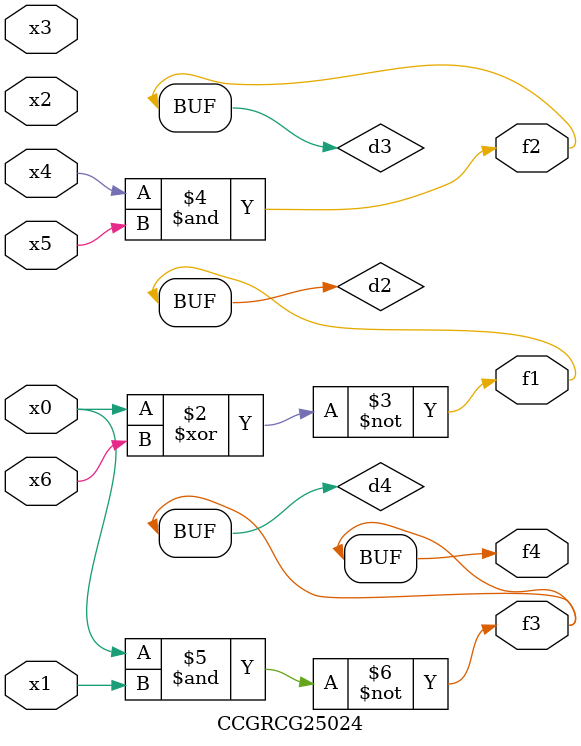
<source format=v>
module CCGRCG25024(
	input x0, x1, x2, x3, x4, x5, x6,
	output f1, f2, f3, f4
);

	wire d1, d2, d3, d4;

	nor (d1, x0);
	xnor (d2, x0, x6);
	and (d3, x4, x5);
	nand (d4, x0, x1);
	assign f1 = d2;
	assign f2 = d3;
	assign f3 = d4;
	assign f4 = d4;
endmodule

</source>
